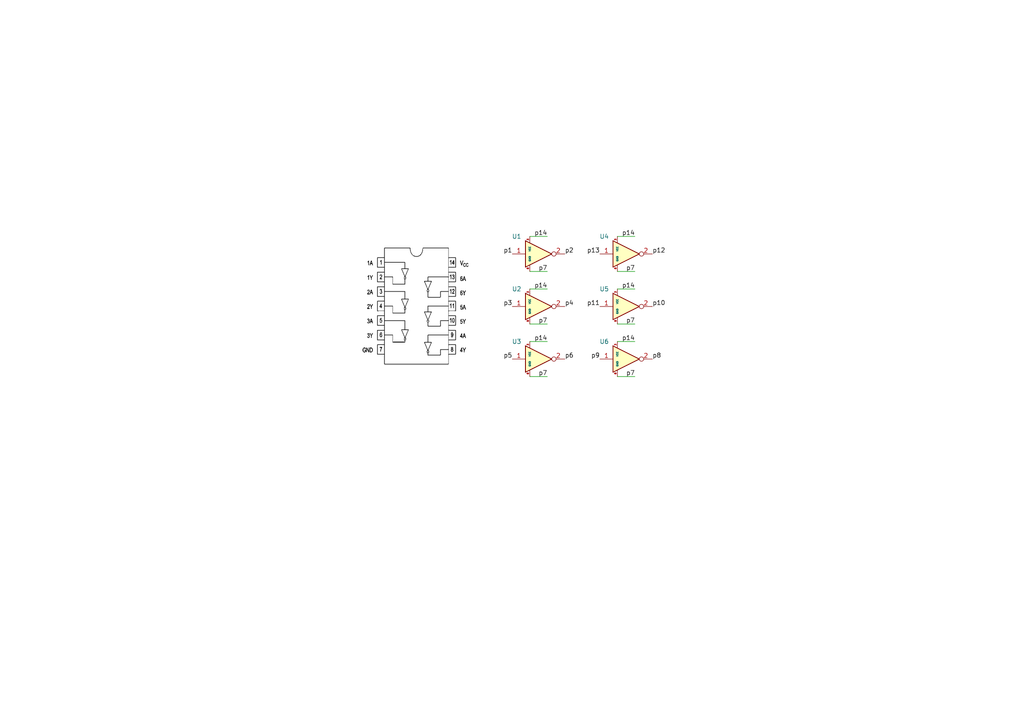
<source format=kicad_sch>
(kicad_sch (version 20231120) (generator "eeschema") (generator_version "8.0")
  (paper "A4")
  (lib_symbols
    (symbol "SimCad:INV" (pin_names (offset 1.016))
      (property "Reference" "U" (at 2.54 5.08 0))
      (symbol "INV_1_1"
        (polyline (pts (xy -1.27 3.81) (xy -1.27 -3.81) (xy 6.35 0) (xy -1.27 3.81)) (stroke (width 0.254)) (fill (type background)))
        (pin input line (at 0 -5.08 90) (length 1.8034) (name "GND") (number "0"))
        (pin input line (at -5.08 0 0) (length 3.81) (name "~") (number "1"))
        (pin output inverted (at 10.16 0 180) (length 3.81) (name "~") (number "2"))
        (pin input line (at 0 5.08 270) (length 1.8034) (name "VCC") (number "3"))
      )
    )
  )
  (wire (pts (xy 179.07 109.22) (xy 184.15 109.22)))
  (wire (pts (xy 179.07 83.82) (xy 184.15 83.82)))
  (wire (pts (xy 153.67 99.06) (xy 158.75 99.06)))
  (wire (pts (xy 153.67 68.58) (xy 158.75 68.58)))
  (wire (pts (xy 179.07 99.06) (xy 184.15 99.06)))
  (wire (pts (xy 179.07 78.74) (xy 184.15 78.74)))
  (wire (pts (xy 153.67 109.22) (xy 158.75 109.22)))
  (wire (pts (xy 153.67 93.98) (xy 158.75 93.98)))
  (wire (pts (xy 179.07 68.58) (xy 184.15 68.58)))
  (wire (pts (xy 153.67 83.82) (xy 158.75 83.82)))
  (wire (pts (xy 179.07 93.98) (xy 184.15 93.98)))
  (wire (pts (xy 153.67 78.74) (xy 158.75 78.74)))
  (image (at 120.65 88.9) (scale 0.313333))
  (label "p10" (at 189.23 88.9 0))
  (label "p14" (at 184.15 68.58 180))
  (label "p12" (at 189.23 73.66 0))
  (label "p11" (at 173.99 88.9 180))
  (label "p14" (at 158.75 99.06 180))
  (label "p7" (at 184.15 93.98 180))
  (label "p7" (at 158.75 78.74 180))
  (label "p13" (at 173.99 73.66 180))
  (label "p4" (at 163.83 88.9 0))
  (label "p14" (at 158.75 83.82 180))
  (label "p8" (at 189.23 104.14 0))
  (label "p7" (at 158.75 93.98 180))
  (label "p2" (at 163.83 73.66 0))
  (label "p3" (at 148.59 88.9 180))
  (label "p14" (at 158.75 68.58 180))
  (label "p6" (at 163.83 104.14 0))
  (label "p7" (at 158.75 109.22 180))
  (label "p7" (at 184.15 109.22 180))
  (label "p1" (at 148.59 73.66 180))
  (label "p14" (at 184.15 99.06 180))
  (label "p9" (at 173.99 104.14 180))
  (label "p14" (at 184.15 83.82 180))
  (label "p7" (at 184.15 78.74 180))
  (label "p5" (at 148.59 104.14 180))
  (symbol (lib_id "SimCad:INV") (at 153.67 73.66 0) (unit 1)
    (property "Reference" "U1" (at 149.86 68.58 0))
    (property "Value" "INV" (effects (hide yes)))
  )
  (symbol (lib_id "SimCad:INV") (at 153.67 88.9 0) (unit 1)
    (property "Reference" "U2" (at 149.86 83.82 0))
    (property "Value" "INV" (effects (hide yes)))
  )
  (symbol (lib_id "SimCad:INV") (at 153.67 104.14 0) (unit 1)
    (property "Reference" "U3" (at 149.86 99.06 0))
    (property "Value" "INV" (effects (hide yes)))
  )
  (symbol (lib_id "SimCad:INV") (at 179.07 104.14 0) (unit 1)
    (property "Reference" "U6" (at 175.26 99.06 0))
    (property "Value" "INV" (effects (hide yes)))
  )
  (symbol (lib_id "SimCad:INV") (at 179.07 88.9 0) (unit 1)
    (property "Reference" "U5" (at 175.26 83.82 0))
    (property "Value" "INV" (effects (hide yes)))
  )
  (symbol (lib_id "SimCad:INV") (at 179.07 73.66 0) (unit 1)
    (property "Reference" "U4" (at 175.26 68.58 0))
    (property "Value" "INV" (effects (hide yes)))
  )
)
</source>
